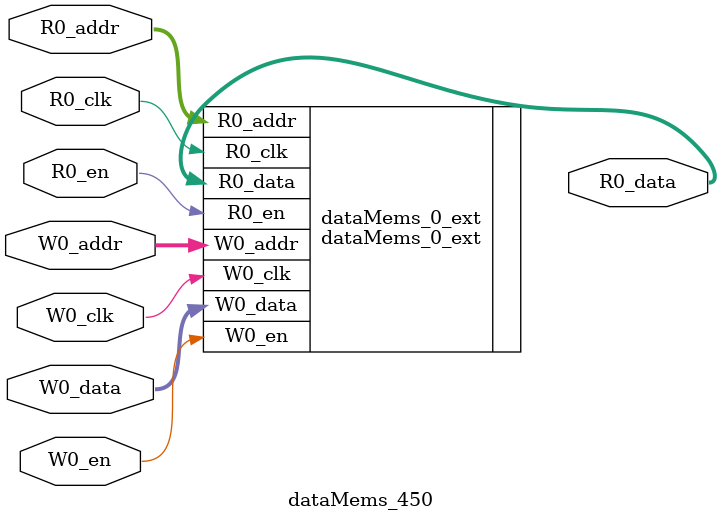
<source format=sv>
`ifndef RANDOMIZE
  `ifdef RANDOMIZE_REG_INIT
    `define RANDOMIZE
  `endif // RANDOMIZE_REG_INIT
`endif // not def RANDOMIZE
`ifndef RANDOMIZE
  `ifdef RANDOMIZE_MEM_INIT
    `define RANDOMIZE
  `endif // RANDOMIZE_MEM_INIT
`endif // not def RANDOMIZE

`ifndef RANDOM
  `define RANDOM $random
`endif // not def RANDOM

// Users can define 'PRINTF_COND' to add an extra gate to prints.
`ifndef PRINTF_COND_
  `ifdef PRINTF_COND
    `define PRINTF_COND_ (`PRINTF_COND)
  `else  // PRINTF_COND
    `define PRINTF_COND_ 1
  `endif // PRINTF_COND
`endif // not def PRINTF_COND_

// Users can define 'ASSERT_VERBOSE_COND' to add an extra gate to assert error printing.
`ifndef ASSERT_VERBOSE_COND_
  `ifdef ASSERT_VERBOSE_COND
    `define ASSERT_VERBOSE_COND_ (`ASSERT_VERBOSE_COND)
  `else  // ASSERT_VERBOSE_COND
    `define ASSERT_VERBOSE_COND_ 1
  `endif // ASSERT_VERBOSE_COND
`endif // not def ASSERT_VERBOSE_COND_

// Users can define 'STOP_COND' to add an extra gate to stop conditions.
`ifndef STOP_COND_
  `ifdef STOP_COND
    `define STOP_COND_ (`STOP_COND)
  `else  // STOP_COND
    `define STOP_COND_ 1
  `endif // STOP_COND
`endif // not def STOP_COND_

// Users can define INIT_RANDOM as general code that gets injected into the
// initializer block for modules with registers.
`ifndef INIT_RANDOM
  `define INIT_RANDOM
`endif // not def INIT_RANDOM

// If using random initialization, you can also define RANDOMIZE_DELAY to
// customize the delay used, otherwise 0.002 is used.
`ifndef RANDOMIZE_DELAY
  `define RANDOMIZE_DELAY 0.002
`endif // not def RANDOMIZE_DELAY

// Define INIT_RANDOM_PROLOG_ for use in our modules below.
`ifndef INIT_RANDOM_PROLOG_
  `ifdef RANDOMIZE
    `ifdef VERILATOR
      `define INIT_RANDOM_PROLOG_ `INIT_RANDOM
    `else  // VERILATOR
      `define INIT_RANDOM_PROLOG_ `INIT_RANDOM #`RANDOMIZE_DELAY begin end
    `endif // VERILATOR
  `else  // RANDOMIZE
    `define INIT_RANDOM_PROLOG_
  `endif // RANDOMIZE
`endif // not def INIT_RANDOM_PROLOG_

// Include register initializers in init blocks unless synthesis is set
`ifndef SYNTHESIS
  `ifndef ENABLE_INITIAL_REG_
    `define ENABLE_INITIAL_REG_
  `endif // not def ENABLE_INITIAL_REG_
`endif // not def SYNTHESIS

// Include rmemory initializers in init blocks unless synthesis is set
`ifndef SYNTHESIS
  `ifndef ENABLE_INITIAL_MEM_
    `define ENABLE_INITIAL_MEM_
  `endif // not def ENABLE_INITIAL_MEM_
`endif // not def SYNTHESIS

module dataMems_450(	// @[generators/ara/src/main/scala/UnsafeAXI4ToTL.scala:365:62]
  input  [4:0]  R0_addr,
  input         R0_en,
  input         R0_clk,
  output [66:0] R0_data,
  input  [4:0]  W0_addr,
  input         W0_en,
  input         W0_clk,
  input  [66:0] W0_data
);

  dataMems_0_ext dataMems_0_ext (	// @[generators/ara/src/main/scala/UnsafeAXI4ToTL.scala:365:62]
    .R0_addr (R0_addr),
    .R0_en   (R0_en),
    .R0_clk  (R0_clk),
    .R0_data (R0_data),
    .W0_addr (W0_addr),
    .W0_en   (W0_en),
    .W0_clk  (W0_clk),
    .W0_data (W0_data)
  );
endmodule


</source>
